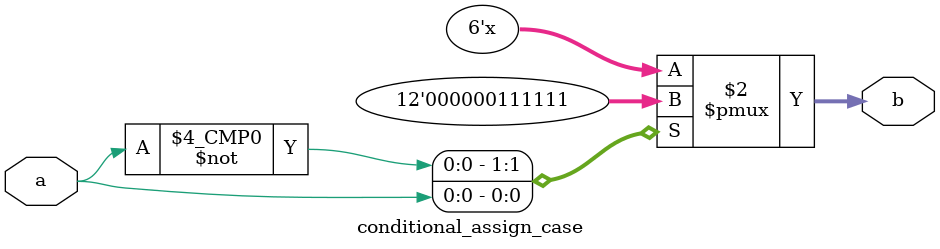
<source format=v>
module conditional_assign_case(
    input wire a,          // 1-bit input
    output reg [5:0] b     // 6-bit output
);

    always @* begin
        case (a)
            1'b0: b = 6'b000000;
            1'b1: b = 6'b111111;
            default: b = 6'b000000;  // Optional default case for completeness
        endcase
    end

endmodule

</source>
